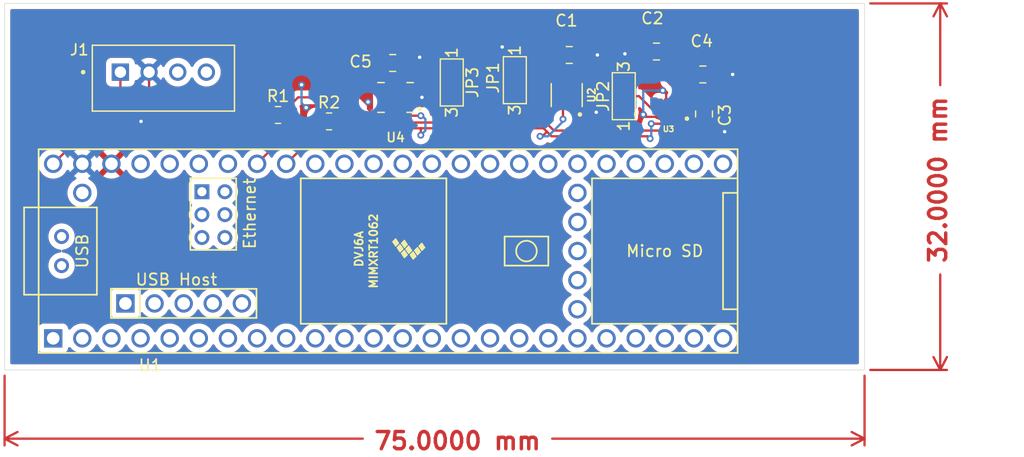
<source format=kicad_pcb>
(kicad_pcb (version 20240108) (generator "pcbnew") (generator_version "8.0")
  (layers (0 "F.Cu" signal) (31 "B.Cu" signal) (34 "B.Paste" user) (35 "F.Paste" user) (36 "B.SilkS" user "B.Silkscreen") (37 "F.SilkS" user "F.Silkscreen") (38 "B.Mask" user) (39 "F.Mask" user) (44 "Edge.Cuts" user))
  (net 0 "")
  (net 1 "GND")
  (net 2 "Net-(U3-C1)")
  (net 3 "VDD")
  (net 4 "/5V_VIN")
  (net 7 "Net-(JP1-C)")
  (net 8 "Net-(JP2-C)")
  (net 9 "Net-(JP3-C)")
  (net 10 "/SCL")
  (net 11 "/SDA")
  (net 74 "/MAG_DRDY")
  (net 75 "/MAG_INT")
  (net 76 "/IMU_INT1")
  (net 78 "/IMU_INT2")
  (footprint "custom_library:LIS3MDLTR" (layer "F.Cu") (at 147.95 59.8375 180)
    (property "Reference" "U3" (at 0.04657 -1.73221 0) (layer "F.SilkS") (effects (font (size 0.48 0.48))))
    (property "Value" "LIS3MDLTR")
    (fp_circle (center -1.56 -0.82) (end -1.46 -0.82) (stroke (width 0.2)) (fill none) (layer "F.SilkS"))
    (pad "1" smd rect (at -0.7625 -0.75 180) (size 0.375 0.35) (layers "F.Cu" "F.Paste") (net 10 "/SCL"))
    (pad "2" smd rect (at -0.7625 -0.25 180) (size 0.375 0.35) (layers "F.Cu" "F.Paste") (net 1 "GND"))
    (pad "3" smd rect (at -0.7625 0.25 180) (size 0.375 0.35) (layers "F.Cu" "F.Paste") (net 1 "GND"))
    (pad "4" smd rect (at -0.7625 0.75 180) (size 0.375 0.35) (layers "F.Cu" "F.Paste") (net 2 "Net-(U3-C1)"))
    (pad "5" smd rect (at -0.25 0.7625 180) (size 0.35 0.375) (layers "F.Cu" "F.Paste") (net 3 "VDD"))
    (pad "6" smd rect (at 0.25 0.7625 180) (size 0.35 0.375) (layers "F.Cu" "F.Paste") (net 3 "VDD"))
    (pad "7" smd rect (at 0.7625 0.75 180) (size 0.375 0.35) (layers "F.Cu" "F.Paste") (net 75 "/MAG_INT"))
    (pad "8" smd rect (at 0.7625 0.25 180) (size 0.375 0.35) (layers "F.Cu" "F.Paste") (net 74 "/MAG_DRDY"))
    (pad "9" smd rect (at 0.7625 -0.25 180) (size 0.375 0.35) (layers "F.Cu" "F.Paste") (net 8 "Net-(JP2-C)"))
    (pad "10" smd rect (at 0.7625 -0.75 180) (size 0.375 0.35) (layers "F.Cu" "F.Paste") (net 3 "VDD"))
    (pad "11" smd rect (at 0.25 -0.7625 180) (size 0.35 0.375) (layers "F.Cu" "F.Paste") (net 11 "/SDA"))
    (pad "12" smd rect (at -0.25 -0.7625 180) (size 0.35 0.375) (layers "F.Cu" "F.Paste") (net 1 "GND"))
  )
  (footprint "Capacitor_SMD:C_0805_2012Metric" (layer "F.Cu") (at 139.25 55.1)
    (property "Reference" "C1" (at -0.25 -3 0) (layer "F.SilkS"))
    (property "Value" "100nF")
    (fp_line (start -0.261252 -0.735) (end 0.261252 -0.735) (stroke (width 0.12)) (layer "F.SilkS"))
    (fp_line (start -0.261252 0.735) (end 0.261252 0.735) (stroke (width 0.12)) (layer "F.SilkS"))
    (pad "1" smd roundrect (at -0.95 0) (size 1 1.45) (layers "F.Cu" "F.Paste" "F.Mask") (net 3 "VDD"))
    (pad "2" smd roundrect (at 0.95 0) (size 1 1.45) (layers "F.Cu" "F.Paste" "F.Mask") (net 1 "GND"))
  )
  (footprint "Capacitor_SMD:C_0805_2012Metric" (layer "F.Cu") (at 146.85 54.8 180)
    (property "Reference" "C2" (at 0.35 2.9 0) (layer "F.SilkS"))
    (property "Value" "100nF")
    (fp_line (start -0.261252 0.735) (end 0.261252 0.735) (stroke (width 0.12)) (layer "F.SilkS"))
    (fp_line (start -0.261252 -0.735) (end 0.261252 -0.735) (stroke (width 0.12)) (layer "F.SilkS"))
    (pad "1" smd roundrect (at -0.95 0 180) (size 1 1.45) (layers "F.Cu" "F.Paste" "F.Mask") (net 2 "Net-(U3-C1)"))
    (pad "2" smd roundrect (at 0.95 0 180) (size 1 1.45) (layers "F.Cu" "F.Paste" "F.Mask") (net 1 "GND"))
  )
  (footprint "Capacitor_SMD:C_0805_2012Metric" (layer "F.Cu") (at 151 60.25 -90)
    (property "Reference" "C3" (at 0.1125 -1.8125 90) (layer "F.SilkS"))
    (property "Value" "1uF")
    (fp_line (start -0.261252 0.735) (end 0.261252 0.735) (stroke (width 0.12)) (layer "F.SilkS"))
    (fp_line (start -0.261252 -0.735) (end 0.261252 -0.735) (stroke (width 0.12)) (layer "F.SilkS"))
    (pad "1" smd roundrect (at -0.95 0 270) (size 1 1.45) (layers "F.Cu" "F.Paste" "F.Mask") (net 3 "VDD"))
    (pad "2" smd roundrect (at 0.95 0 270) (size 1 1.45) (layers "F.Cu" "F.Paste" "F.Mask") (net 1 "GND"))
  )
  (footprint "custom_library:LSM6DSOXTR" (layer "F.Cu") (at 124.1 58.81 180)
    (property "Reference" "U4" (at 0 -3.49 0) (layer "F.SilkS") (effects (font (size 0.8 0.8))))
    (property "Value" "LSM6DSOXTR")
    (fp_line (start 0.99 1.3) (end 1.55 1.3) (stroke (width 0.127)) (layer "F.SilkS"))
    (fp_line (start 0.99 -1.3) (end 1.55 -1.3) (stroke (width 0.127)) (layer "F.SilkS"))
    (fp_line (start -0.99 -1.3) (end -1.55 -1.3) (stroke (width 0.127)) (layer "F.SilkS"))
    (fp_line (start -1.55 1.3) (end -0.99 1.3) (stroke (width 0.127)) (layer "F.SilkS"))
    (fp_circle (center -2.09 -0.995) (end -1.99 -0.995) (stroke (width 0.2)) (fill none) (layer "F.SilkS"))
    (pad "1" smd rect (at -1.16 -0.75 180) (size 0.61 0.35) (layers "F.Cu" "F.Paste") (net 9 "Net-(JP3-C)"))
    (pad "2" smd rect (at -1.16 -0.25 180) (size 0.61 0.35) (layers "F.Cu" "F.Paste") (net 1 "GND"))
    (pad "3" smd rect (at -1.16 0.25 180) (size 0.61 0.35) (layers "F.Cu" "F.Paste") (net 1 "GND"))
    (pad "4" smd rect (at -1.16 0.75 180) (size 0.61 0.35) (layers "F.Cu" "F.Paste") (net 76 "/IMU_INT1"))
    (pad "5" smd rect (at -0.5 0.91 180) (size 0.35 0.61) (layers "F.Cu" "F.Paste") (net 3 "VDD"))
    (pad "6" smd rect (at 0 0.91 180) (size 0.35 0.61) (layers "F.Cu" "F.Paste") (net 1 "GND"))
    (pad "7" smd rect (at 0.5 0.91 180) (size 0.35 0.61) (layers "F.Cu" "F.Paste") (net 1 "GND"))
    (pad "8" smd rect (at 1.16 0.75 180) (size 0.61 0.35) (layers "F.Cu" "F.Paste") (net 3 "VDD"))
    (pad "9" smd rect (at 1.16 0.25 180) (size 0.61 0.35) (layers "F.Cu" "F.Paste") (net 78 "/IMU_INT2"))
    (pad "10" smd rect (at 1.16 -0.25 180) (size 0.61 0.35) (layers "F.Cu" "F.Paste"))
    (pad "11" smd rect (at 1.16 -0.75 180) (size 0.61 0.35) (layers "F.Cu" "F.Paste"))
    (pad "12" smd rect (at 0.5 -0.91 180) (size 0.35 0.61) (layers "F.Cu" "F.Paste") (net 3 "VDD"))
    (pad "13" smd rect (at 0 -0.91 180) (size 0.35 0.61) (layers "F.Cu" "F.Paste") (net 10 "/SCL"))
    (pad "14" smd rect (at -0.5 -0.91 180) (size 0.35 0.61) (layers "F.Cu" "F.Paste") (net 11 "/SDA"))
  )
  (footprint "Resistor_SMD:R_0805_2012Metric" (layer "F.Cu") (at 118.3 60.9)
    (property "Reference" "R2" (at 0 -1.65 0) (layer "F.SilkS"))
    (property "Value" "4k7")
    (fp_line (start -0.227064 -0.735) (end 0.227064 -0.735) (stroke (width 0.12)) (layer "F.SilkS"))
    (fp_line (start -0.227064 0.735) (end 0.227064 0.735) (stroke (width 0.12)) (layer "F.SilkS"))
    (pad "1" smd roundrect (at -0.9125 0) (size 1.025 1.4) (layers "F.Cu" "F.Paste" "F.Mask") (roundrect_rratio 0.243902) (net 3 "VDD"))
    (pad "2" smd roundrect (at 0.9125 0) (size 1.025 1.4) (layers "F.Cu" "F.Paste" "F.Mask") (roundrect_rratio 0.243902) (net 11 "/SDA"))
  )
  (footprint "Resistor_SMD:R_0805_2012Metric" (layer "F.Cu") (at 113.8475 60.34)
    (property "Reference" "R1" (at 0 -1.65 0) (layer "F.SilkS"))
    (property "Value" "4k7")
    (fp_line (start -0.227064 -0.735) (end 0.227064 -0.735) (stroke (width 0.12)) (layer "F.SilkS"))
    (fp_line (start -0.227064 0.735) (end 0.227064 0.735) (stroke (width 0.12)) (layer "F.SilkS"))
    (pad "1" smd roundrect (at -0.9125 0) (size 1.025 1.4) (layers "F.Cu" "F.Paste" "F.Mask") (roundrect_rratio 0.243902) (net 3 "VDD"))
    (pad "2" smd roundrect (at 0.9125 0) (size 1.025 1.4) (layers "F.Cu" "F.Paste" "F.Mask") (roundrect_rratio 0.243902) (net 10 "/SCL"))
  )
  (footprint "Jumper:SolderJumper-3_P1.3mm_Open_Pad1.0x1.5mm_NumberLabels" (layer "F.Cu") (at 129 57.5 -90)
    (property "Reference" "JP3" (at 0 -1.8 90) (layer "F.SilkS"))
    (property "Value" "SolderJumper_3_Open" (hide yes))
    (fp_line (start -2.05 1) (end -2.05 -1) (stroke (width 0.12)) (layer "F.SilkS"))
    (fp_line (start 2.05 1) (end -2.05 1) (stroke (width 0.12)) (layer "F.SilkS"))
    (fp_line (start -2.05 -1) (end 2.05 -1) (stroke (width 0.12)) (layer "F.SilkS"))
    (fp_line (start 2.05 -1) (end 2.05 1) (stroke (width 0.12)) (layer "F.SilkS"))
    (fp_text user "3" (at 2.6 0 90) (layer "F.SilkS"))
    (fp_text user "1" (at -2.6 0 90) (layer "F.SilkS"))
    (pad "1" smd rect (at -1.3 0 270) (size 1 1.5) (layers "F.Cu" "F.Mask") (net 1 "GND"))
    (pad "2" smd rect (at 0 0 270) (size 1 1.5) (layers "F.Cu" "F.Mask") (net 9 "Net-(JP3-C)"))
    (pad "3" smd rect (at 1.3 0 270) (size 1 1.5) (layers "F.Cu" "F.Mask") (net 3 "VDD"))
  )
  (footprint "Capacitor_SMD:C_0805_2012Metric" (layer "F.Cu") (at 150.9 56.8)
    (property "Reference" "C4" (at -0.1 -2.9 0) (layer "F.SilkS"))
    (property "Value" "100nF")
    (fp_line (start -0.261252 -0.735) (end 0.261252 -0.735) (stroke (width 0.12)) (layer "F.SilkS"))
    (fp_line (start -0.261252 0.735) (end 0.261252 0.735) (stroke (width 0.12)) (layer "F.SilkS"))
    (pad "1" smd roundrect (at -0.95 0) (size 1 1.45) (layers "F.Cu" "F.Paste" "F.Mask") (net 3 "VDD"))
    (pad "2" smd roundrect (at 0.95 0) (size 1 1.45) (layers "F.Cu" "F.Paste" "F.Mask") (net 1 "GND"))
  )
  (footprint "custom_library:JST_B4B-XH-A" (layer "F.Cu") (at 103.85 57.125 180)
    (property "Reference" "J1" (at 7.3375 2.475 0) (layer "F.SilkS") (effects (font (size 0.944882 0.944882))))
    (property "Value" "JST_B4B_XH_A")
    (fp_line (start 6.2 2.875) (end -6.2 2.875) (stroke (width 0.127)) (layer "F.SilkS"))
    (fp_line (start 6.2 -2.875) (end 6.2 2.875) (stroke (width 0.127)) (layer "F.SilkS"))
    (fp_line (start -6.2 2.875) (end -6.2 -2.875) (stroke (width 0.127)) (layer "F.SilkS"))
    (fp_line (start -6.2 -2.875) (end 6.2 -2.875) (stroke (width 0.127)) (layer "F.SilkS"))
    (fp_circle (center 7 0.525) (end 7.1 0.525) (stroke (width 0.2)) (fill none) (layer "F.SilkS"))
    (pad "1" thru_hole rect (at 3.75 0.525 180) (size 1.508 1.508) (drill 1) (layers "*.Cu" "*.Mask") (net 4 "/5V_VIN"))
    (pad "2" thru_hole circle (at 1.25 0.525 180) (size 1.508 1.508) (drill 1) (layers "*.Cu" "*.Mask") (net 1 "GND"))
    (pad "3" thru_hole circle (at -1.25 0.525 180) (size 1.508 1.508) (drill 1) (layers "*.Cu" "*.Mask"))
    (pad "4" thru_hole circle (at -3.75 0.525 180) (size 1.508 1.508) (drill 1) (layers "*.Cu" "*.Mask"))
  )
  (footprint "custom_library:BMP280" (layer "F.Cu") (at 139.025 58.6 -90)
    (property "Reference" "U2" (at 0 -2.175 90) (layer "F.SilkS") (effects (font (size 0.640028 0.640028))))
    (property "Value" "BMP280")
    (fp_line (start -1 1.35) (end 1 1.35) (stroke (width 0.127)) (layer "F.SilkS"))
    (fp_line (start -1 -1.35) (end 1 -1.35) (stroke (width 0.127)) (layer "F.SilkS"))
    (fp_circle (center 1.695 -1.15) (end 1.795 -1.15) (stroke (width 0.2)) (fill none) (layer "F.SilkS"))
    (pad "1" smd rect (at 0.8 -0.975 270) (size 0.5 0.35) (layers "F.Cu" "F.Paste" "F.Mask") (net 1 "GND"))
    (pad "2" smd rect (at 0.8 -0.325 270) (size 0.5 0.35) (layers "F.Cu" "F.Paste" "F.Mask") (net 3 "VDD"))
    (pad "3" smd rect (at 0.8 0.325 270) (size 0.5 0.35) (layers "F.Cu" "F.Paste" "F.Mask") (net 11 "/SDA"))
    (pad "4" smd rect (at 0.8 0.975 270) (size 0.5 0.35) (layers "F.Cu" "F.Paste" "F.Mask") (net 10 "/SCL"))
    (pad "5" smd rect (at -0.8 0.975 270) (size 0.5 0.35) (layers "F.Cu" "F.Paste" "F.Mask") (net 7 "Net-(JP1-C)"))
    (pad "6" smd rect (at -0.8 0.325 270) (size 0.5 0.35) (layers "F.Cu" "F.Paste" "F.Mask") (net 3 "VDD"))
    (pad "7" smd rect (at -0.8 -0.325 270) (size 0.5 0.35) (layers "F.Cu" "F.Paste" "F.Mask") (net 1 "GND"))
    (pad "8" smd rect (at -0.8 -0.975 270) (size 0.5 0.35) (layers "F.Cu" "F.Paste" "F.Mask") (net 3 "VDD"))
  )
  (footprint "custom_library:Teensy41" (layer "F.Cu") (at 123.45 72.22)
    (property "Reference" "U1" (at -20.75 9.98 0) (layer "F.SilkS"))
    (property "Value" "Teensy4.1")
    (fp_line (start -31.75 -3.81) (end -30.48 -3.81) (stroke (width 0.15)) (layer "F.SilkS"))
    (fp_line (start -31.75 3.81) (end -31.75 -3.81) (stroke (width 0.15)) (layer "F.SilkS"))
    (fp_line (start -30.48 -8.89) (end 30.48 -8.89) (stroke (width 0.15)) (layer "F.SilkS"))
    (fp_line (start -30.48 3.81) (end -31.75 3.81) (stroke (width 0.15)) (layer "F.SilkS"))
    (fp_line (start -30.48 8.89) (end -30.48 -8.89) (stroke (width 0.15)) (layer "F.SilkS"))
    (fp_line (start -25.4 -3.81) (end -30.48 -3.81) (stroke (width 0.15)) (layer "F.SilkS"))
    (fp_line (start -25.4 3.81) (end -30.48 3.81) (stroke (width 0.15)) (layer "F.SilkS"))
    (fp_line (start -25.4 3.81) (end -25.4 -3.81) (stroke (width 0.15)) (layer "F.SilkS"))
    (fp_line (start -24.1808 3.2992) (end -21.6408 3.2992) (stroke (width 0.15)) (layer "F.SilkS"))
    (fp_line (start -24.1808 3.2992) (end -11.4808 3.2992) (stroke (width 0.15)) (layer "F.SilkS"))
    (fp_line (start -24.1808 5.8392) (end -24.1808 3.2992) (stroke (width 0.15)) (layer "F.SilkS"))
    (fp_line (start -21.6408 3.2992) (end -21.6408 5.8392) (stroke (width 0.15)) (layer "F.SilkS"))
    (fp_line (start -17.25 -6.3516) (end -17.25 -6.1016) (stroke (width 0.15)) (layer "F.SilkS"))
    (fp_line (start -17.25 -6.1016) (end -17.25 -0.1016) (stroke (width 0.15)) (layer "F.SilkS"))
    (fp_line (start -17.25 -0.1016) (end -13.25 -0.1016) (stroke (width 0.15)) (layer "F.SilkS"))
    (fp_line (start -13.25 -6.3516) (end -17.25 -6.3516) (stroke (width 0.15)) (layer "F.SilkS"))
    (fp_line (start -13.25 -0.1016) (end -13.25 -6.3516) (stroke (width 0.15)) (layer "F.SilkS"))
    (fp_line (start -11.4808 3.2992) (end -11.4808 5.8392) (stroke (width 0.15)) (layer "F.SilkS"))
    (fp_line (start -11.4808 5.8392) (end -24.1808 5.8392) (stroke (width 0.15)) (layer "F.SilkS"))
    (fp_line (start -7.62 -6.35) (end -7.62 6.35) (stroke (width 0.15)) (layer "F.SilkS"))
    (fp_line (start -7.62 6.35) (end 5.08 6.35) (stroke (width 0.15)) (layer "F.SilkS"))
    (fp_line (start 5.08 -6.35) (end -7.62 -6.35) (stroke (width 0.15)) (layer "F.SilkS"))
    (fp_line (start 5.08 6.35) (end 5.08 -6.35) (stroke (width 0.15)) (layer "F.SilkS"))
    (fp_line (start 10.16 -1.27) (end 13.97 -1.27) (stroke (width 0.15)) (layer "F.SilkS"))
    (fp_line (start 10.16 1.27) (end 10.16 -1.27) (stroke (width 0.15)) (layer "F.SilkS"))
    (fp_line (start 13.97 -1.27) (end 13.97 1.27) (stroke (width 0.15)) (layer "F.SilkS"))
    (fp_line (start 13.97 1.27) (end 10.16 1.27) (stroke (width 0.15)) (layer "F.SilkS"))
    (fp_line (start 17.78 -6.35) (end 17.78 6.35) (stroke (width 0.15)) (layer "F.SilkS"))
    (fp_line (start 17.78 6.35) (end 30.48 6.35) (stroke (width 0.15)) (layer "F.SilkS"))
    (fp_line (start 29.21 -5.08) (end 29.21 5.08) (stroke (width 0.15)) (layer "F.SilkS"))
    (fp_line (start 29.21 5.08) (end 30.48 5.08) (stroke (width 0.15)) (layer "F.SilkS"))
    (fp_line (start 30.48 -8.89) (end 30.48 8.89) (stroke (width 0.15)) (layer "F.SilkS"))
    (fp_line (start 30.48 -6.35) (end 17.78 -6.35) (stroke (width 0.15)) (layer "F.SilkS"))
    (fp_line (start 30.48 -5.08) (end 29.21 -5.08) (stroke (width 0.15)) (layer "F.SilkS"))
    (fp_line (start 30.48 8.89) (end -30.48 8.89) (stroke (width 0.15)) (layer "F.SilkS"))
    (fp_circle (center 12.065 0) (end 12.7 -0.635) (stroke (width 0.15)) (fill none) (layer "F.SilkS"))
    (fp_poly (pts (xy 0.911 -0.688) (xy 0.657 -0.434) (xy 0.403 -0.815) (xy 0.657 -1.069)) (stroke (width 0.1)) (fill solid) (layer "F.SilkS"))
    (fp_poly (pts (xy 1.292 -0.18) (xy 1.038 0.074) (xy 0.784 -0.307) (xy 1.038 -0.561)) (stroke (width 0.1)) (fill solid) (layer "F.SilkS"))
    (fp_poly (pts (xy 1.673 -0.561) (xy 1.419 -0.307) (xy 1.165 -0.688) (xy 1.419 -0.942)) (stroke (width 0.1)) (fill solid) (layer "F.SilkS"))
    (fp_poly (pts (xy 1.673 0.328) (xy 1.419 0.582) (xy 1.165 0.201) (xy 1.419 -0.053)) (stroke (width 0.1)) (fill solid) (layer "F.SilkS"))
    (fp_poly (pts (xy 2.054 -0.053) (xy 1.8 0.201) (xy 1.546 -0.18) (xy 1.8 -0.434)) (stroke (width 0.1)) (fill solid) (layer "F.SilkS"))
    (fp_poly (pts (xy 2.435 0.455) (xy 2.181 0.709) (xy 1.927 0.328) (xy 2.181 0.074)) (stroke (width 0.1)) (fill solid) (layer "F.SilkS"))
    (fp_poly (pts (xy 2.816 0.074) (xy 2.562 0.328) (xy 2.308 -0.053) (xy 2.562 -0.307)) (stroke (width 0.1)) (fill solid) (layer "F.SilkS"))
    (fp_poly (pts (xy 3.197 -0.307) (xy 2.943 -0.053) (xy 2.689 -0.434) (xy 2.943 -0.688)) (stroke (width 0.1)) (fill solid) (layer "F.SilkS"))
    (fp_text user "USB Host" (at -18.4658 2.4892 0) (layer "F.SilkS"))
    (fp_text user "Micro SD" (at 24.13 0 0) (layer "F.SilkS"))
    (fp_text user "MIMXRT1062" (at -1.27 0 -90) (layer "F.SilkS") (effects (font (size 0.7 0.7))))
    (fp_text user "DVJ6A" (at -2.54 -0.18 -90) (layer "F.SilkS") (effects (font (size 0.7 0.7))))
    (fp_text user "Ethernet" (at -12.065 -3.2766 90) (layer "F.SilkS"))
    (fp_text user "USB" (at -26.67 0 -90) (layer "F.SilkS"))
    (pad "1" thru_hole rect (at -29.21 7.62) (size 1.6 1.6) (drill 1.1) (layers "*.Cu" "*.Mask"))
    (pad "2" thru_hole circle (at -26.67 7.62) (size 1.6 1.6) (drill 1.1) (layers "*.Cu" "*.Mask"))
    (pad "3" thru_hole circle (at -24.13 7.62) (size 1.6 1.6) (drill 1.1) (layers "*.Cu" "*.Mask"))
    (pad "4" thru_hole circle (at -21.59 7.62) (size 1.6 1.6) (drill 1.1) (layers "*.Cu" "*.Mask"))
    (pad "5" thru_hole circle (at -19.05 7.62) (size 1.6 1.6) (drill 1.1) (layers "*.Cu" "*.Mask"))
    (pad "6" thru_hole circle (at -16.51 7.62) (size 1.6 1.6) (drill 1.1) (layers "*.Cu" "*.Mask"))
    (pad "7" thru_hole circle (at -13.97 7.62) (size 1.6 1.6) (drill 1.1) (layers "*.Cu" "*.Mask"))
    (pad "8" thru_hole circle (at -11.43 7.62) (size 1.6 1.6) (drill 1.1) (layers "*.Cu" "*.Mask"))
    (pad "9" thru_hole circle (at -8.89 7.62) (size 1.6 1.6) (drill 1.1) (layers "*.Cu" "*.Mask"))
    (pad "10" thru_hole circle (at -6.35 7.62) (size 1.6 1.6) (drill 1.1) (layers "*.Cu" "*.Mask"))
    (pad "11" thru_hole circle (at -3.81 7.62) (size 1.6 1.6) (drill 1.1) (layers "*.Cu" "*.Mask"))
    (pad "12" thru_hole circle (at -1.27 7.62) (size 1.6 1.6) (drill 1.1) (layers "*.Cu" "*.Mask"))
    (pad "13" thru_hole circle (at 1.27 7.62) (size 1.6 1.6) (drill 1.1) (layers "*.Cu" "*.Mask"))
    (pad "14" thru_hole circle (at 3.81 7.62) (size 1.6 1.6) (drill 1.1) (layers "*.Cu" "*.Mask"))
    (pad "15" thru_hole circle (at 6.35 7.62) (size 1.6 1.6) (drill 1.1) (layers "*.Cu" "*.Mask"))
    (pad "16" thru_hole circle (at 8.89 7.62) (size 1.6 1.6) (drill 1.1) (layers "*.Cu" "*.Mask"))
    (pad "17" thru_hole circle (at 11.43 7.62) (size 1.6 1.6) (drill 1.1) (layers "*.Cu" "*.Mask"))
    (pad "18" thru_hole circle (at 13.97 7.62) (size 1.6 1.6) (drill 1.1) (layers "*.Cu" "*.Mask"))
    (pad "19" thru_hole circle (at 16.51 7.62) (size 1.6 1.6) (drill 1.1) (layers "*.Cu" "*.Mask"))
    (pad "20" thru_hole circle (at 19.05 7.62) (size 1.6 1.6) (drill 1.1) (layers "*.Cu" "*.Mask"))
    (pad "21" thru_hole circle (at 21.59 7.62) (size 1.6 1.6) (drill 1.1) (layers "*.Cu" "*.Mask"))
    (pad "22" thru_hole circle (at 24.13 7.62) (size 1.6 1.6) (drill 1.1) (layers "*.Cu" "*.Mask"))
    (pad "23" thru_hole circle (at 26.67 7.62) (size 1.6 1.6) (drill 1.1) (layers "*.Cu" "*.Mask"))
    (pad "24" thru_hole circle (at 29.21 7.62) (size 1.6 1.6) (drill 1.1) (layers "*.Cu" "*.Mask"))
    (pad "25" thru_hole circle (at 29.21 -7.62) (size 1.6 1.6) (drill 1.1) (layers "*.Cu" "*.Mask"))
    (pad "26" thru_hole circle (at 26.67 -7.62) (size 1.6 1.6) (drill 1.1) (layers "*.Cu" "*.Mask"))
    (pad "27" thru_hole circle (at 24.13 -7.62) (size 1.6 1.6) (drill 1.1) (layers "*.Cu" "*.Mask"))
    (pad "28" thru_hole circle (at 21.59 -7.62) (size 1.6 1.6) (drill 1.1) (layers "*.Cu" "*.Mask"))
    (pad "29" thru_hole circle (at 19.05 -7.62) (size 1.6 1.6) (drill 1.1) (layers "*.Cu" "*.Mask"))
    (pad "30" thru_hole circle (at 16.51 -7.62) (size 1.6 1.6) (drill 1.1) (layers "*.Cu" "*.Mask"))
    (pad "31" thru_hole circle (at 13.97 -7.62) (size 1.6 1.6) (drill 1.1) (layers "*.Cu" "*.Mask"))
    (pad "32" thru_hole circle (at 11.43 -7.62) (size 1.6 1.6) (drill 1.1) (layers "*.Cu" "*.Mask"))
    (pad "33" thru_hole circle (at 8.89 -7.62) (size 1.6 1.6) (drill 1.1) (layers "*.Cu" "*.Mask"))
    (pad "34" thru_hole circle (at 6.35 -7.62) (size 1.6 1.6) (drill 1.1) (layers "*.Cu" "*.Mask"))
    (pad "35" thru_hole circle (at 3.81 -7.62) (size 1.6 1.6) (drill 1.1) (layers "*.Cu" "*.Mask"))
    (pad "36" thru_hole circle (at 1.27 -7.62) (size 1.6 1.6) (drill 1.1) (layers "*.Cu" "*.Mask"))
    (pad "37" thru_hole circle (at -1.27 -7.62) (size 1.6 1.6) (drill 1.1) (layers "*.Cu" "*.Mask"))
    (pad "38" thru_hole circle (at -3.81 -7.62) (size 1.6 1.6) (drill 1.1) (layers "*.Cu" "*.Mask"))
    (pad "39" thru_hole circle (at -6.35 -7.62) (size 1.6 1.6) (drill 1.1) (layers "*.Cu" "*.Mask"))
    (pad "40" thru_hole circle (at -8.89 -7.62) (size 1.6 1.6) (drill 1.1) (layers "*.Cu" "*.Mask") (net 11 "/SDA"))
    (pad "41" thru_hole circle (at -11.43 -7.62) (size 1.6 1.6) (drill 1.1) (layers "*.Cu" "*.Mask") (net 10 "/SCL"))
    (pad "42" thru_hole circle (at -13.97 -7.62) (size 1.6 1.6) (drill 1.1) (layers "*.Cu" "*.Mask"))
    (pad "43" thru_hole circle (at -16.51 -7.62) (size 1.6 1.6) (drill 1.1) (layers "*.Cu" "*.Mask"))
    (pad "44" thru_hole circle (at -19.05 -7.62) (size 1.6 1.6) (drill 1.1) (layers "*.Cu" "*.Mask"))
    (pad "45" thru_hole circle (at -21.59 -7.62) (size 1.6 1.6) (drill 1.1) (layers "*.Cu" "*.Mask"))
    (pad "46" thru_hole circle (at -24.13 -7.62) (size 1.6 1.6) (drill 1.1) (layers "*.Cu" "*.Mask") (net 3 "VDD"))
    (pad "47" thru_hole circle (at -26.67 -7.62) (size 1.6 1.6) (drill 1.1) (layers "*.Cu" "*.Mask") (net 1 "GND"))
    (pad "48" thru_hole circle (at -29.21 -7.62) (size 1.6 1.6) (drill 1.1) (layers "*.Cu" "*.Mask") (net 4 "/5V_VIN"))
    (pad "49" thru_hole circle (at -26.67 -5.08) (size 1.6 1.6) (drill 1.1) (layers "*.Cu" "*.Mask"))
    (pad "50" thru_hole circle (at 16.51 5.08) (size 1.6 1.6) (drill 1.1) (layers "*.Cu" "*.Mask"))
    (pad "51" thru_hole circle (at 16.51 2.54) (size 1.6 1.6) (drill 1.1) (layers "*.Cu" "*.Mask"))
    (pad "52" thru_hole circle (at 16.51 0) (size 1.6 1.6) (drill 1.1) (layers "*.Cu" "*.Mask"))
    (pad "53" thru_hole circle (at 16.51 -2.54) (size 1.6 1.6) (drill 1.1) (layers "*.Cu" "*.Mask"))
    (pad "54" thru_hole circle (at 16.51 -5.08) (size 1.6 1.6) (drill 1.1) (layers "*.Cu" "*.Mask"))
    (pad "55" thru_hole rect (at -22.9108 4.5692) (size 1.6 1.6) (drill 1.1) (layers "*.Cu" "*.Mask"))
    (pad "56" thru_hole circle (at -20.3708 4.5692) (size 1.6 1.6) (drill 1.1) (layers "*.Cu" "*.Mask"))
    (pad "57" thru_hole circle (at -17.8308 4.5692) (size 1.6 1.6) (drill 1.1) (layers "*.Cu" "*.Mask"))
    (pad "58" thru_hole circle (at -15.2908 4.5692) (size 1.6 1.6) (drill 1.1) (layers "*.Cu" "*.Mask"))
    (pad "59" thru_hole circle (at -12.7508 4.5692) (size 1.6 1.6) (drill 1.1) (layers "*.Cu" "*.Mask"))
    (pad "60" thru_hole rect (at -16.24 -5.1816) (size 1.3 1.3) (drill 0.8) (layers "*.Cu" "*.Mask"))
    (pad "61" thru_hole circle (at -16.24 -3.1816) (size 1.3 1.3) (drill 0.8) (layers "*.Cu" "*.Mask"))
    (pad "62" thru_hole circle (at -16.24 -1.1816) (size 1.3 1.3) (drill 0.8) (layers "*.Cu" "*.Mask"))
    (pad "63" thru_hole circle (at -14.24 -1.1816) (size 1.3 1.3) (drill 0.8) (layers "*.Cu" "*.Mask"))
    (pad "64" thru_hole circle (at -14.24 -3.1816) (size 1.3 1.3) (drill 0.8) (layers "*.Cu" "*.Mask"))
    (pad "65" thru_hole circle (at -14.24 -5.1816) (size 1.3 1.3) (drill 0.8) (layers "*.Cu" "*.Mask"))
    (pad "66" thru_hole circle (at -28.48 -1.27) (size 1.3 1.3) (drill 0.8) (layers "*.Cu" "*.Mask"))
    (pad "67" thru_hole circle (at -28.48 1.27) (size 1.3 1.3) (drill 0.8) (layers "*.Cu" "*.Mask"))
  )
  (footprint "Jumper:SolderJumper-3_P1.3mm_Open_Pad1.0x1.5mm_NumberLabels" (layer "F.Cu") (at 144 58.7 90)
    (property "Reference" "JP2" (at 0 -1.8 90) (layer "F.SilkS"))
    (property "Value" "SolderJumper_3_Open" (hide yes))
    (fp_line (start 2.05 -1) (end 2.05 1) (stroke (width 0.12)) (layer "F.SilkS"))
    (fp_line (start -2.05 -1) (end 2.05 -1) (stroke (width 0.12)) (layer "F.SilkS"))
    (fp_line (start 2.05 1) (end -2.05 1) (stroke (width 0.12)) (layer "F.SilkS"))
    (fp_line (start -2.05 1) (end -2.05 -1) (stroke (width 0.12)) (layer "F.SilkS"))
    (fp_text user "3" (at 2.6 0 90) (layer "F.SilkS"))
    (fp_text user "1" (at -2.6 0 90) (layer "F.SilkS"))
    (pad "1" smd rect (at -1.3 0 90) (size 1 1.5) (layers "F.Cu" "F.Mask") (net 1 "GND"))
    (pad "2" smd rect (at 0 0 90) (size 1 1.5) (layers "F.Cu" "F.Mask") (net 8 "Net-(JP2-C)"))
    (pad "3" smd rect (at 1.3 0 90) (size 1 1.5) (layers "F.Cu" "F.Mask") (net 3 "VDD"))
  )
  (footprint "Jumper:SolderJumper-3_P1.3mm_Open_Pad1.0x1.5mm_NumberLabels" (layer "F.Cu") (at 134.5 57.3 -90)
    (property "Reference" "JP1" (at -0.2 1.9 90) (layer "F.SilkS"))
    (property "Value" "SolderJumper_3_Open" (hide yes))
    (fp_line (start -2.05 1) (end -2.05 -1) (stroke (width 0.12)) (layer "F.SilkS"))
    (fp_line (start 2.05 1) (end -2.05 1) (stroke (width 0.12)) (layer "F.SilkS"))
    (fp_line (start -2.05 -1) (end 2.05 -1) (stroke (width 0.12)) (layer "F.SilkS"))
    (fp_line (start 2.05 -1) (end 2.05 1) (stroke (width 0.12)) (layer "F.SilkS"))
    (fp_text user "1" (at -2.6 0 90) (layer "F.SilkS"))
    (fp_text user "3" (at 2.6 0 90) (layer "F.SilkS"))
    (pad "1" smd rect (at -1.3 0 270) (size 1 1.5) (layers "F.Cu" "F.Mask") (net 1 "GND"))
    (pad "2" smd rect (at 0 0 270) (size 1 1.5) (layers "F.Cu" "F.Mask") (net 7 "Net-(JP1-C)"))
    (pad "3" smd rect (at 1.3 0 270) (size 1 1.5) (layers "F.Cu" "F.Mask") (net 3 "VDD"))
  )
  (footprint "Capacitor_SMD:C_0805_2012Metric" (layer "F.Cu") (at 123.85 55.8 180)
    (property "Reference" "C5" (at 2.8 0.12 0) (layer "F.SilkS"))
    (property "Value" "100nF")
    (fp_line (start -0.261252 0.735) (end 0.261252 0.735) (stroke (width 0.12)) (layer "F.SilkS"))
    (fp_line (start -0.261252 -0.735) (end 0.261252 -0.735) (stroke (width 0.12)) (layer "F.SilkS"))
    (pad "1" smd roundrect (at -0.95 0 180) (size 1 1.45) (layers "F.Cu" "F.Paste" "F.Mask") (net 1 "GND"))
    (pad "2" smd roundrect (at 0.95 0 180) (size 1 1.45) (layers "F.Cu" "F.Paste" "F.Mask") (net 3 "VDD"))
  )
  (gr_rect (start 90 50.6) (end 165 82.6) (stroke (width 0.05)) (fill none) (layer "Edge.Cuts"))
  (dimension (type aligned) (layer "F.Cu") (pts (xy 165 50.6) (xy 165 82.6)) (height -6.6) (gr_text "32.0000 mm" (at 171.4 66 90) (layer "F.Cu") (effects (font (size 1.5 1.5) (thickness 0.3)))) (format (prefix "") (suffix "") (units 3) (units_format 1) (precision 4)) (style (thickness 0.2) (arrow_length 1.27) (text_position_mode 2) (extension_height 0.58642) (extension_offset 0.5) keep_text_aligned))
  (dimension (type aligned) (layer "F.Cu") (pts (xy 165 82.6) (xy 90 82.6)) (height -6) (gr_text "75.0000 mm" (at 129.5 88.8 0) (layer "F.Cu") (effects (font (size 1.5 1.5) (thickness 0.3)))) (format (prefix "") (suffix "") (units 3) (units_format 1) (precision 4)) (style (thickness 0.2) (arrow_length 1.27) (text_position_mode 2) (extension_height 0.58642) (extension_offset 0.5) keep_text_aligned))
  (segment (start 149.8875 60.0875) (end 151 61.2) (width 0.2) (layer "F.Cu") (net 1))
  (segment (start 102.6 56.6) (end 102.6 60.2) (width 0.2) (layer "F.Cu") (net 1))
  (segment (start 126.16 58.56) (end 126.4 58.8) (width 0.2) (layer "F.Cu") (net 1))
  (segment (start 126.14 59.06) (end 126.4 58.8) (width 0.2) (layer "F.Cu") (net 1))
  (segment (start 144.7 60.1) (end 141.6 60.1) (width 0.2) (layer "F.Cu") (net 1))
  (segment (start 140.2 56.2) (end 140.2 55.1) (width 0.2) (layer "F.Cu") (net 1))
  (segment (start 148.25 60.0875) (end 148.7125 60.0875) (width 0.2) (layer "F.Cu") (net 1))
  (segment (start 125.26 58.56) (end 126.16 58.56) (width 0.2) (layer "F.Cu") (net 1))
  (segment (start 134.5 56) (end 133.4 54.9) (width 0.2) (layer "F.Cu") (net 1))
  (segment (start 148.2 60.1375) (end 148.25 60.0875) (width 0.2) (layer "F.Cu") (net 1))
  (segment (start 148.7125 59.5875) (end 148.7125 60.0875) (width 0.2) (layer "F.Cu") (net 1))
  (segment (start 144.3 54.8) (end 144.1 55) (width 0.2) (layer "F.Cu") (net 1))
  (segment (start 151.85 56.8) (end 153.5 56.8) (width 0.2) (layer "F.Cu") (net 1))
  (segment (start 139.35 57.8) (end 139.35 57.05) (width 0.2) (layer "F.Cu") (net 1))
  (segment (start 145.9 54.8) (end 144.3 54.8) (width 0.2) (layer "F.Cu") (net 1))
  (segment (start 152.2 61.2) (end 152.8 61.8) (width 0.2) (layer "F.Cu") (net 1))
  (segment (start 151 61.2) (end 152.2 61.2) (width 0.2) (layer "F.Cu") (net 1))
  (segment (start 124.1 57.9) (end 124.1 57.3) (width 0.2) (layer "F.Cu") (net 1))
  (segment (start 124.8 55.8) (end 125.3 55.3) (width 0.2) (layer "F.Cu") (net 1))
  (segment (start 123.6 57.9) (end 124.1 57.9) (width 0.2) (layer "F.Cu") (net 1))
  (segment (start 125.26 59.06) (end 126.14 59.06) (width 0.2) (layer "F.Cu") (net 1))
  (segment (start 129 56.2) (end 127.1 56.2) (width 0.2) (layer "F.Cu") (net 1))
  (segment (start 102.6 60.2) (end 101.9 60.9) (width 0.2) (layer "F.Cu") (net 1))
  (segment (start 140 59.4) (end 140.9 59.4) (width 0.2) (layer "F.Cu") (net 1))
  (segment (start 124.8 56.6) (end 124.8 55.8) (width 0.2) (layer "F.Cu") (net 1))
  (segment (start 148.7125 60.0875) (end 149.8875 60.0875) (width 0.2) (layer "F.Cu") (net 1))
  (segment (start 125.3 55.3) (end 126.2 55.3) (width 0.2) (layer "F.Cu") (net 1))
  (segment (start 140.2 55.1) (end 141.7 55.1) (width 0.2) (layer "F.Cu") (net 1))
  (segment (start 140.9 59.4) (end 141.6 60.1) (width 0.2) (layer "F.Cu") (net 1))
  (segment (start 139.35 57.05) (end 140.2 56.2) (width 0.2) (layer "F.Cu") (net 1))
  (segment (start 124.1 57.3) (end 124.8 56.6) (width 0.2) (layer "F.Cu") (net 1))
  (segment (start 148.2 60.6) (end 148.2 60.1375) (width 0.2) (layer "F.Cu") (net 1))
  (segment (start 127.1 56.2) (end 126.2 55.3) (width 0.2) (layer "F.Cu") (net 1))
  (segment (start 133.4 54.9) (end 133.4 54.4) (width 0.2) (layer "F.Cu") (net 1))
  (via (at 144.1 55) (size 0.6) (drill 0.3) (layers "F.Cu" "B.Cu") (net 1))
  (via (at 141.7 55.1) (size 0.6) (drill 0.3) (layers "F.Cu" "B.Cu") (net 1))
  (via (at 126.4 58.8) (size 0.6) (drill 0.3) (layers "F.Cu" "B.Cu") (net 1))
  (via (at 153.5 56.8) (size 0.6) (drill 0.3) (layers "F.Cu" "B.Cu") (net 1))
  (via (at 126.2 55.3) (size 0.6) (drill 0.3) (layers "F.Cu" "B.Cu") (net 1))
  (via (at 101.9 60.9) (size 0.6) (drill 0.3) (layers "F.Cu" "B.Cu") (net 1))
  (via (at 152.8 61.8) (size 0.6) (drill 0.3) (layers "F.Cu" "B.Cu") (net 1))
  (via (at 133.4 54.4) (size 0.6) (drill 0.3) (layers "F.Cu" "B.Cu") (net 1))
  (via (at 141.6 60.1) (size 0.6) (drill 0.3) (layers "F.Cu" "B.Cu") (net 1))
  (segment (start 148.7125 59.0875) (end 148.7125 58.3125) (width 0.2) (layer "F.Cu") (net 2))
  (segment (start 148.7125 58.3125) (end 147.8 57.4) (width 0.2) (layer "F.Cu") (net 2))
  (segment (start 147.8 57.4) (end 147.8 54.8) (width 0.2) (layer "F.Cu") (net 2))
  (segment (start 139.35 59.4) (end 139.35 59.05) (width 0.2) (layer "F.Cu") (net 3))
  (segment (start 124.6 58.5) (end 124.6 57.9) (width 0.2) (layer "F.Cu") (net 3))
  (segment (start 124.3 58.8) (end 124.6 58.5) (width 0.2) (layer "F.Cu") (net 3))
  (segment (start 122.3 60.4) (end 121.7 59.8) (width 0.2) (layer "F.Cu") (net 3))
  (segment (start 139.35 59.05) (end 140 58.4) (width 0.2) (layer "F.Cu") (net 3))
  (segment (start 139.35 59.1) (end 139.35 59.4) (width 0.2) (layer "F.Cu") (net 3))
  (segment (start 121.7 59.8) (end 121.7 59.2) (width 0.2) (layer "F.Cu") (net 3))
  (segment (start 138.7 58.45) (end 139.35 59.1) (width 0.2) (layer "F.Cu") (net 3))
  (segment (start 122.94 55.84) (end 122.9 55.8) (width 0.2) (layer "F.Cu") (net 3))
  (segment (start 123.6 59.72) (end 123.6 60.2) (width 0.2) (layer "F.Cu") (net 3))
  (segment (start 147.7 59.075) (end 148.2 59.075) (width 0.2) (layer "F.Cu") (net 3))
  (segment (start 138.7 57.8) (end 138.7 58.45) (width 0.2) (layer "F.Cu") (net 3))
  (segment (start 123.6 59.14) (end 123.94 58.8) (width 0.2) (layer "F.Cu") (net 3))
  (segment (start 123.6 59.72) (end 123.6 59.14) (width 0.2) (layer "F.Cu") (net 3))
  (segment (start 123.94 58.8) (end 124.3 58.8) (width 0.2) (layer "F.Cu") (net 3))
  (segment (start 140 58.4) (end 140 57.8) (width 0.2) (layer "F.Cu") (net 3))
  (segment (start 123.6 60.2) (end 123.4 60.4) (width 0.2) (layer "F.Cu") (net 3))
  (segment (start 145.9 60.5) (end 146.8 60.5) (width 0.2) (layer "F.Cu") (net 3))
  (segment (start 122.94 58.06) (end 122.94 55.84) (width 0.2) (layer "F.Cu") (net 3))
  (segment (start 147.7 59.075) (end 147.7 58.5) (width 0.2) (layer "F.Cu") (net 3))
  (segment (start 147.7 58.5) (end 147.4 58.2) (width 0.2) (layer "F.Cu") (net 3))
  (segment (start 146.8875 60.5875) (end 147.1875 60.5875) (width 0.2) (layer "F.Cu") (net 3))
  (segment (start 146.8 60.5) (end 146.8875 60.5875) (width 0.2) (layer "F.Cu") (net 3))
  (segment (start 123.4 60.4) (end 122.3 60.4) (width 0.2) (layer "F.Cu") (net 3))
  (segment (start 145.7 60.3) (end 145.9 60.5) (width 0.2) (layer "F.Cu") (net 3))
  (via (at 115.9 57.7) (size 0.6) (drill 0.3) (layers "F.Cu" "B.Cu") (net 3))
  (via (at 147.4 58.2) (size 0.6) (drill 0.3) (layers "F.Cu" "B.Cu") (net 3))
  (via (at 121.7 59.2) (size 0.6) (drill 0.3) (layers "F.Cu" "B.Cu") (net 3))
  (via (at 145.7 60.3) (size 0.6) (drill 0.3) (layers "F.Cu" "B.Cu") (net 3))
  (via (at 116.3 59.7) (size 0.6) (drill 0.3) (layers "F.Cu" "B.Cu") (net 3))
  (segment (start 145.7 60.3) (end 145.7 58.2) (width 0.2) (layer "B.Cu") (net 3))
  (segment (start 115.9 59.3) (end 116.3 59.7) (width 0.2) (layer "B.Cu") (net 3))
  (segment (start 115.9 57.7) (end 115.9 59.3) (width 0.2) (layer "B.Cu") (net 3))
  (segment (start 145.7 58.2) (end 147.4 58.2) (width 0.2) (layer "B.Cu") (net 3))
  (segment (start 100.1 58.74) (end 94.24 64.6) (width 0.2) (layer "F.Cu") (net 4))
  (segment (start 100.1 56.6) (end 100.1 58.74) (width 0.2) (layer "F.Cu") (net 4))
  (segment (start 138.05 57.8) (end 136.8 57.8) (width 0.2) (layer "F.Cu") (net 7))
  (segment (start 136.3 57.3) (end 134.5 57.3) (width 0.2) (layer "F.Cu") (net 7))
  (segment (start 136.8 57.8) (end 136.3 57.3) (width 0.2) (layer "F.Cu") (net 7))
  (segment (start 147.1875 60.0875) (end 146.725 60.0875) (width 0.2) (layer "F.Cu") (net 8))
  (segment (start 145.3375 58.7) (end 144 58.7) (width 0.2) (layer "F.Cu") (net 8))
  (segment (start 146.725 60.0875) (end 145.3375 58.7) (width 0.2) (layer "F.Cu") (net 8))
  (segment (start 128.548529 57.5) (end 129 57.5) (width 0.2) (layer "F.Cu") (net 9))
  (segment (start 126.488529 59.56) (end 128.548529 57.5) (width 0.2) (layer "F.Cu") (net 9))
  (segment (start 125.26 59.56) (end 126.488529 59.56) (width 0.2) (layer "F.Cu") (net 9))
  (segment (start 137.9 61.7) (end 137.2 61) (width 0.2) (layer "F.Cu") (net 10))
  (segment (start 114.76 61.84) (end 114.76 60.34) (width 0.2) (layer "F.Cu") (net 10))
  (segment (start 137 61) (end 137.1 61) (width 0.2) (layer "F.Cu") (net 10))
  (segment (start 124.1 60.8) (end 123.9 61) (width 0.2) (layer "F.Cu") (net 10))
  (segment (start 122.2 61) (end 120 58.8) (width 0.2) (layer "F.Cu") (net 10))
  (segment (start 137.9 61.7) (end 148.1 61.7) (width 0.2) (layer "F.Cu") (net 10))
  (segment (start 123.9 61) (end 137 61) (width 0.2) (layer "F.Cu") (net 10))
  (segment (start 123.9 61) (end 122.2 61) (width 0.2) (layer "F.Cu") (net 10))
  (segment (start 137.1 61) (end 138.05 60.05) (width 0.2) (layer "F.Cu") (net 10))
  (segment (start 115.6 58.8) (end 114.76 59.64) (width 0.2) (layer "F.Cu") (net 10))
  (segment (start 137.2 61) (end 137 61) (width 0.2) (layer "F.Cu") (net 10))
  (segment (start 120 58.8) (end 115.6 58.8) (width 0.2) (layer "F.Cu") (net 10))
  (segment (start 112.02 64.6) (end 112.02 64.58) (width 0.2) (layer "F.Cu") (net 10))
  (segment (start 138.05 60.05) (end 138.05 59.4) (width 0.2) (layer "F.Cu") (net 10))
  (segment (start 148.1 61.7) (end 148.7125 61.0875) (width 0.2) (layer "F.Cu") (net 10))
  (segment (start 112.02 64.58) (end 114.76 61.84) (width 0.2) (layer "F.Cu") (net 10))
  (segment (start 114.76 59.64) (end 114.76 60.34) (width 0.2) (layer "F.Cu") (net 10))
  (segment (start 124.1 59.72) (end 124.1 60.8) (width 0.2) (layer "F.Cu") (net 10))
  (segment (start 148.7125 61.0875) (end 148.7125 60.5875) (width 0.2) (layer "F.Cu") (net 10))
  (segment (start 126.3 61.5) (end 126.3 62.1) (width 0.2) (layer "F.Cu") (net 11))
  (segment (start 136.7 62.2) (end 136.9 62.2) (width 0.2) (layer "F.Cu") (net 11))
  (segment (start 118.6 62.6) (end 119.2125 61.9875) (width 0.2) (layer "F.Cu") (net 11))
  (segment (start 126.3 61.5) (end 137 61.5) (width 0.2) (layer "F.Cu") (net 11))
  (segment (start 119.8125 61.5) (end 126.3 61.5) (width 0.2) (layer "F.Cu") (net 11))
  (segment (start 147.7 61.0375) (end 147.6375 61.1) (width 0.2) (layer "F.Cu") (net 11))
  (segment (start 147.7 60.6) (end 147.7 61.0375) (width 0.2) (layer "F.Cu") (net 11))
  (segment (start 138.7 60.7) (end 138.7 59.4) (width 0.2) (layer "F.Cu") (net 11))
  (segment (start 146.1 62.2) (end 146.3 62.4) (width 0.2) (layer "F.Cu") (net 11))
  (segment (start 114.56 64.6) (end 116.56 62.6) (width 0.2) (layer "F.Cu") (net 11))
  (segment (start 124.6 59.72) (end 124.6 59.85) (width 0.2) (layer "F.Cu") (net 11))
  (segment (start 146 62.2) (end 146.1 62.2) (width 0.2) (layer "F.Cu") (net 11))
  (segment (start 137 61.5) (end 137.3 61.8) (width 0.2) (layer "F.Cu") (net 11))
  (segment (start 137.3 61.8) (end 137.7 62.2) (width 0.2) (layer "F.Cu") (net 11))
  (segment (start 147.6375 61.1) (end 146.4 61.1) (width 0.2) (layer "F.Cu") (net 11))
  (segment (start 137.7 62.2) (end 146 62.2) (width 0.2) (layer "F.Cu") (net 11))
  (segment (start 136.9 62.2) (end 137.3 61.8) (width 0.2) (layer "F.Cu") (net 11))
  (segment (start 125.15 60.4) (end 126.3 60.4) (width 0.2) (layer "F.Cu") (net 11))
  (segment (start 116.56 62.6) (end 118.6 62.6) (width 0.2) (layer "F.Cu") (net 11))
  (segment (start 119.2125 61.9875) (end 119.2125 60.9) (width 0.2) (layer "F.Cu") (net 11))
  (segment (start 124.6 59.85) (end 125.15 60.4) (width 0.2) (layer "F.Cu") (net 11))
  (segment (start 119.2125 60.9) (end 119.8125 61.5) (width 0.2) (layer "F.Cu") (net 11))
  (via (at 126.3 62.1) (size 0.6) (drill 0.3) (layers "F.Cu" "B.Cu") (net 11))
  (via (at 146.3 62.4) (size 0.6) (drill 0.3) (layers "F.Cu" "B.Cu") (net 11))
  (via (at 138.7 60.7) (size 0.6) (drill 0.3) (layers "F.Cu" "B.Cu") (net 11))
  (via (at 146.4 61.1) (size 0.6) (drill 0.3) (layers "F.Cu" "B.Cu") (net 11))
  (via (at 136.7 62.2) (size 0.6) (drill 0.3) (layers "F.Cu" "B.Cu") (net 11))
  (via (at 126.3 60.4) (size 0.6) (drill 0.3) (layers "F.Cu" "B.Cu") (net 11))
  (segment (start 137.4 62.2) (end 138.7 60.9) (width 0.2) (layer "B.Cu") (net 11))
  (segment (start 126.3 62.1) (end 126.7 61.7) (width 0.2) (layer "B.Cu") (net 11))
  (segment (start 126.7 60.7) (end 126.4 60.4) (width 0.2) (layer "B.Cu") (net 11))
  (segment (start 146.4 61.1) (end 146.4 62.3) (width 0.2) (layer "B.Cu") (net 11))
  (segment (start 138.7 60.9) (end 138.7 60.7) (width 0.2) (layer "B.Cu") (net 11))
  (segment (start 126.4 60.4) (end 126.3 60.4) (width 0.2) (layer "B.Cu") (net 11))
  (segment (start 146.4 62.3) (end 146.3 62.4) (width 0.2) (layer "B.Cu") (net 11))
  (segment (start 136.7 62.2) (end 137.4 62.2) (width 0.2) (layer "B.Cu") (net 11))
  (segment (start 126.7 61.7) (end 126.7 60.7) (width 0.2) (layer "B.Cu") (net 11))
  (zone (net 3) (net_name "VDD") (layer "F.Cu") (priority 1) (connect_pads (clearance 0.5)) (min_thickness 0.25) (fill yes (thermal_gap 0.5) (thermal_bridge_width 0.5))
    (polygon (pts (xy 89.6 50.3) (xy 165.1 50.4) (xy 165.1 82.7) (xy 89.7 82.8)))
  )
  (zone (net 1) (net_name "GND") (layer "B.Cu") (connect_pads (clearance 0.5)) (min_thickness 0.25) (fill yes (thermal_gap 0.5) (thermal_bridge_width 0.5))
    (polygon (pts (xy 89.6 50.3) (xy 165.1 50.4) (xy 165.1 82.7) (xy 89.7 82.8)))
  )
)
</source>
